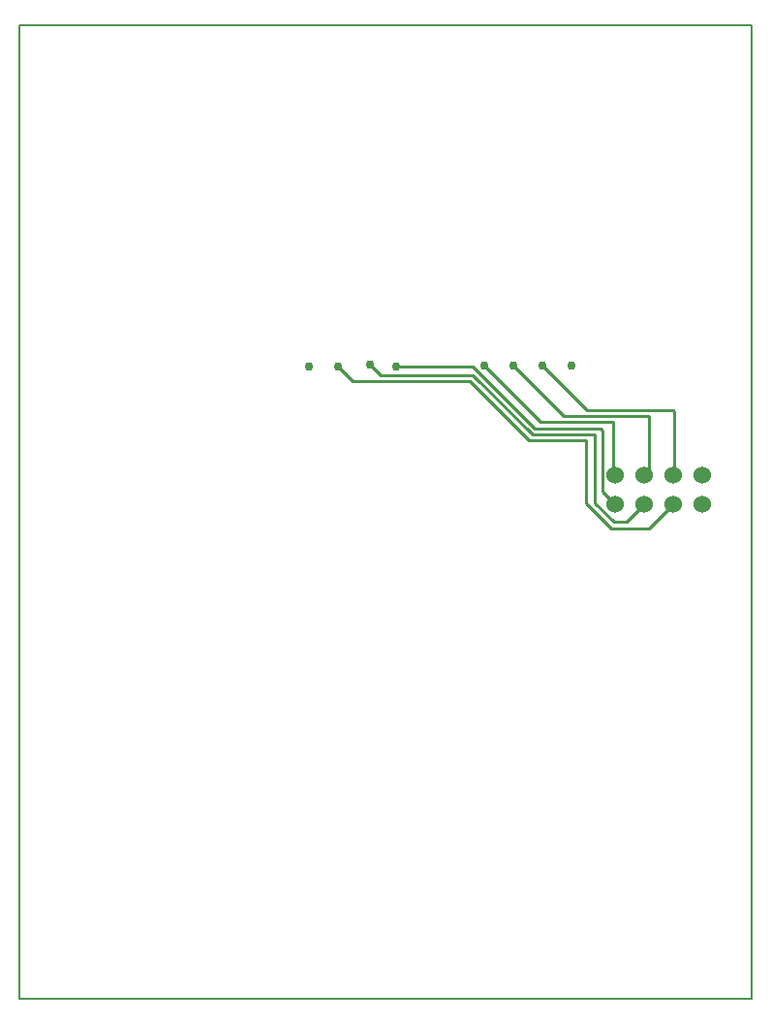
<source format=gbr>
G04 PROTEUS GERBER X2 FILE*
%TF.GenerationSoftware,Labcenter,Proteus,8.5-SP1-Build22252*%
%TF.CreationDate,2016-12-17T22:17:43+00:00*%
%TF.FileFunction,Copper,L16,Bot*%
%TF.FilePolarity,Positive*%
%TF.Part,Single*%
%FSLAX45Y45*%
%MOMM*%
G01*
%TA.AperFunction,Conductor*%
%ADD10C,0.254000*%
%TA.AperFunction,ViaPad*%
%ADD11C,0.762000*%
%TA.AperFunction,ComponentPad*%
%ADD16C,1.524000*%
%TA.AperFunction,Profile*%
%ADD17C,0.203200*%
D10*
X-12454568Y+9709472D02*
X-12332873Y+9587777D01*
X-11305501Y+9587777D01*
X-10784891Y+9067167D01*
X-10286432Y+9067167D01*
X-10286432Y+8518804D01*
X-10067378Y+8299750D01*
X-9734250Y+8299750D01*
X-9525000Y+8509000D01*
X-12179269Y+9730771D02*
X-12087031Y+9638533D01*
X-11276016Y+9638533D01*
X-10755423Y+9117940D01*
X-10211658Y+9117940D01*
X-10211658Y+8521203D01*
X-10043890Y+8353435D01*
X-9934565Y+8353435D01*
X-9779000Y+8509000D01*
X-11946373Y+9715706D02*
X-11281391Y+9715706D01*
X-10734469Y+9168784D01*
X-10161327Y+9168784D01*
X-10147906Y+9155363D01*
X-10147906Y+8623906D01*
X-10033000Y+8509000D01*
X-11176000Y+9718040D02*
X-10683315Y+9225355D01*
X-10047246Y+9225355D01*
X-10047246Y+8777246D01*
X-10033000Y+8763000D01*
X-10922000Y+9718040D02*
X-10480115Y+9276155D01*
X-9741910Y+9276155D01*
X-9741910Y+8800090D01*
X-9779000Y+8763000D01*
X-10668000Y+9718040D02*
X-10279801Y+9329841D01*
X-10184816Y+9329841D01*
X-9527167Y+9329841D01*
X-9520456Y+9323130D01*
X-9520456Y+8767544D01*
X-9525000Y+8763000D01*
D11*
X-12710079Y+9707961D03*
X-12454568Y+9709472D03*
X-12179269Y+9730771D03*
X-11946373Y+9715706D03*
X-11176000Y+9718040D03*
X-10922000Y+9718040D03*
X-10668000Y+9718040D03*
X-10414000Y+9718040D03*
D16*
X-10033000Y+8509000D03*
X-10033000Y+8763000D03*
X-9779000Y+8509000D03*
X-9779000Y+8763000D03*
X-9525000Y+8509000D03*
X-9525000Y+8763000D03*
X-9271000Y+8509000D03*
X-9271000Y+8763000D03*
D17*
X-15240000Y+4195000D02*
X-8840000Y+4195000D01*
X-8840000Y+12695000D01*
X-15240000Y+12695000D01*
X-15240000Y+4195000D01*
M02*

</source>
